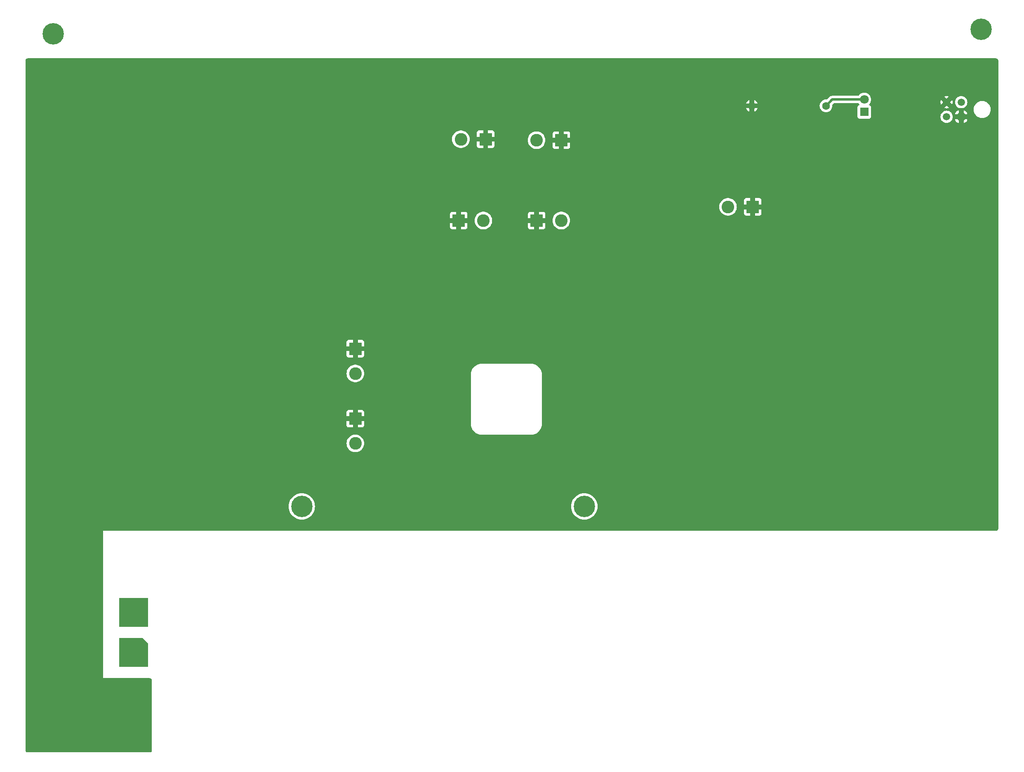
<source format=gbr>
%TF.GenerationSoftware,KiCad,Pcbnew,8.0.5-dirty*%
%TF.CreationDate,2024-10-04T17:55:25+02:00*%
%TF.ProjectId,bottom,626f7474-6f6d-42e6-9b69-6361645f7063,rev?*%
%TF.SameCoordinates,Original*%
%TF.FileFunction,Copper,L1,Top*%
%TF.FilePolarity,Positive*%
%FSLAX46Y46*%
G04 Gerber Fmt 4.6, Leading zero omitted, Abs format (unit mm)*
G04 Created by KiCad (PCBNEW 8.0.5-dirty) date 2024-10-04 17:55:25*
%MOMM*%
%LPD*%
G01*
G04 APERTURE LIST*
G04 Aperture macros list*
%AMRoundRect*
0 Rectangle with rounded corners*
0 $1 Rounding radius*
0 $2 $3 $4 $5 $6 $7 $8 $9 X,Y pos of 4 corners*
0 Add a 4 corners polygon primitive as box body*
4,1,4,$2,$3,$4,$5,$6,$7,$8,$9,$2,$3,0*
0 Add four circle primitives for the rounded corners*
1,1,$1+$1,$2,$3*
1,1,$1+$1,$4,$5*
1,1,$1+$1,$6,$7*
1,1,$1+$1,$8,$9*
0 Add four rect primitives between the rounded corners*
20,1,$1+$1,$2,$3,$4,$5,0*
20,1,$1+$1,$4,$5,$6,$7,0*
20,1,$1+$1,$6,$7,$8,$9,0*
20,1,$1+$1,$8,$9,$2,$3,0*%
%AMOutline5P*
0 Free polygon, 5 corners , with rotation*
0 The origin of the aperture is its center*
0 number of corners: always 5*
0 $1 to $10 corner X, Y*
0 $11 Rotation angle, in degrees counterclockwise*
0 create outline with 5 corners*
4,1,5,$1,$2,$3,$4,$5,$6,$7,$8,$9,$10,$1,$2,$11*%
%AMOutline6P*
0 Free polygon, 6 corners , with rotation*
0 The origin of the aperture is its center*
0 number of corners: always 6*
0 $1 to $12 corner X, Y*
0 $13 Rotation angle, in degrees counterclockwise*
0 create outline with 6 corners*
4,1,6,$1,$2,$3,$4,$5,$6,$7,$8,$9,$10,$11,$12,$1,$2,$13*%
%AMOutline7P*
0 Free polygon, 7 corners , with rotation*
0 The origin of the aperture is its center*
0 number of corners: always 7*
0 $1 to $14 corner X, Y*
0 $15 Rotation angle, in degrees counterclockwise*
0 create outline with 7 corners*
4,1,7,$1,$2,$3,$4,$5,$6,$7,$8,$9,$10,$11,$12,$13,$14,$1,$2,$15*%
%AMOutline8P*
0 Free polygon, 8 corners , with rotation*
0 The origin of the aperture is its center*
0 number of corners: always 8*
0 $1 to $16 corner X, Y*
0 $17 Rotation angle, in degrees counterclockwise*
0 create outline with 8 corners*
4,1,8,$1,$2,$3,$4,$5,$6,$7,$8,$9,$10,$11,$12,$13,$14,$15,$16,$1,$2,$17*%
G04 Aperture macros list end*
%TA.AperFunction,ComponentPad*%
%ADD10C,1.600000*%
%TD*%
%TA.AperFunction,ComponentPad*%
%ADD11O,1.600000X1.600000*%
%TD*%
%TA.AperFunction,ComponentPad*%
%ADD12C,1.800000*%
%TD*%
%TA.AperFunction,ComponentPad*%
%ADD13R,1.800000X1.800000*%
%TD*%
%TA.AperFunction,ComponentPad*%
%ADD14R,2.600000X2.600000*%
%TD*%
%TA.AperFunction,ComponentPad*%
%ADD15C,2.600000*%
%TD*%
%TA.AperFunction,ComponentPad*%
%ADD16R,6.000000X6.000000*%
%TD*%
%TA.AperFunction,ComponentPad*%
%ADD17Outline5P,-3.000000X1.800000X-1.800000X3.000000X3.000000X3.000000X3.000000X-3.000000X-3.000000X-3.000000X270.000000*%
%TD*%
%TA.AperFunction,ComponentPad*%
%ADD18RoundRect,0.250001X0.499999X-0.499999X0.499999X0.499999X-0.499999X0.499999X-0.499999X-0.499999X0*%
%TD*%
%TA.AperFunction,ComponentPad*%
%ADD19C,1.500000*%
%TD*%
%TA.AperFunction,ComponentPad*%
%ADD20C,0.700000*%
%TD*%
%TA.AperFunction,ComponentPad*%
%ADD21C,4.400000*%
%TD*%
%TA.AperFunction,Conductor*%
%ADD22C,0.500000*%
%TD*%
G04 APERTURE END LIST*
D10*
%TO.P,R1,1*%
%TO.N,Net-(D1-A)*%
X208620000Y-32750000D03*
D11*
%TO.P,R1,2*%
%TO.N,+5V*%
X193380000Y-32750000D03*
%TD*%
D12*
%TO.P,D1,2,A*%
%TO.N,Net-(D1-A)*%
X216475000Y-31460000D03*
D13*
%TO.P,D1,1,K*%
%TO.N,GND*%
X216475000Y-34000000D03*
%TD*%
D14*
%TO.P,J13,1,Pin_1*%
%TO.N,+5V*%
X149205000Y-56305000D03*
D15*
%TO.P,J13,2,Pin_2*%
%TO.N,GND*%
X154285000Y-56305000D03*
%TD*%
D14*
%TO.P,J10,1,Pin_1*%
%TO.N,+5V*%
X193580000Y-53500000D03*
D15*
%TO.P,J10,2,Pin_2*%
%TO.N,GND*%
X188500000Y-53500000D03*
%TD*%
D16*
%TO.P,UHP_OUT_1,1,V-*%
%TO.N,GND*%
X66500000Y-136750000D03*
D17*
%TO.P,UHP_OUT_1,2,V-*%
X66500000Y-145000000D03*
%TO.P,UHP_OUT_1,3,V+*%
%TO.N,+5V*%
X66500000Y-153500000D03*
%TO.P,UHP_OUT_1,4,V+*%
X66500000Y-161750000D03*
%TD*%
D18*
%TO.P,J1,1,5V*%
%TO.N,+5V*%
X236380000Y-35000000D03*
D19*
%TO.P,J1,2,GND*%
%TO.N,GND*%
X236380000Y-32000000D03*
%TO.P,J1,3,GND*%
X233380000Y-35000000D03*
%TO.P,J1,4,Pin_4*%
%TO.N,+5V*%
X233380000Y-32000000D03*
%TD*%
D20*
%TO.P,H3,1,1*%
%TO.N,unconnected-(H3-Pad1)_7*%
X157350000Y-115000000D03*
%TO.N,unconnected-(H3-Pad1)_4*%
X157833274Y-113833274D03*
%TO.N,unconnected-(H3-Pad1)*%
X157833274Y-116166726D03*
%TO.N,unconnected-(H3-Pad1)_2*%
X159000000Y-113350000D03*
D21*
%TO.N,unconnected-(H3-Pad1)_1*%
X159000000Y-115000000D03*
D20*
%TO.N,unconnected-(H3-Pad1)_3*%
X159000000Y-116650000D03*
%TO.N,unconnected-(H3-Pad1)_8*%
X160166726Y-113833274D03*
%TO.N,unconnected-(H3-Pad1)_6*%
X160166726Y-116166726D03*
%TO.N,unconnected-(H3-Pad1)_5*%
X160650000Y-115000000D03*
%TD*%
%TO.P,H4,1,1*%
%TO.N,unconnected-(H4-Pad1)_4*%
X238850000Y-17000000D03*
%TO.N,unconnected-(H4-Pad1)*%
X239333274Y-15833274D03*
%TO.N,unconnected-(H4-Pad1)_6*%
X239333274Y-18166726D03*
%TO.N,unconnected-(H4-Pad1)_5*%
X240500000Y-15350000D03*
D21*
%TO.N,unconnected-(H4-Pad1)_2*%
X240500000Y-17000000D03*
D20*
%TO.N,unconnected-(H4-Pad1)_7*%
X240500000Y-18650000D03*
%TO.N,unconnected-(H4-Pad1)_8*%
X241666726Y-15833274D03*
%TO.N,unconnected-(H4-Pad1)_3*%
X241666726Y-18166726D03*
%TO.N,unconnected-(H4-Pad1)_1*%
X242150000Y-17000000D03*
%TD*%
D14*
%TO.P,J_FAN_2,1,Pin_1*%
%TO.N,+5V*%
X112000000Y-96980000D03*
D15*
%TO.P,J_FAN_2,2,Pin_2*%
%TO.N,GND*%
X112000000Y-102060000D03*
%TD*%
D14*
%TO.P,J5,1,Pin_1*%
%TO.N,+5V*%
X138740000Y-39610000D03*
D15*
%TO.P,J5,2,Pin_2*%
%TO.N,GND*%
X133660000Y-39610000D03*
%TD*%
D14*
%TO.P,J_FAN_1,1,Pin_1*%
%TO.N,+5V*%
X112000000Y-82620000D03*
D15*
%TO.P,J_FAN_1,2,Pin_2*%
%TO.N,GND*%
X112000000Y-87700000D03*
%TD*%
D14*
%TO.P,J12,1,Pin_1*%
%TO.N,+5V*%
X133205000Y-56305000D03*
D15*
%TO.P,J12,2,Pin_2*%
%TO.N,GND*%
X138285000Y-56305000D03*
%TD*%
D20*
%TO.P,H2,1,1*%
%TO.N,unconnected-(H2-Pad1)_4*%
X99350000Y-115000000D03*
%TO.N,unconnected-(H2-Pad1)_6*%
X99833274Y-113833274D03*
%TO.N,unconnected-(H2-Pad1)_3*%
X99833274Y-116166726D03*
%TO.N,unconnected-(H2-Pad1)_5*%
X101000000Y-113350000D03*
D21*
%TO.N,unconnected-(H2-Pad1)*%
X101000000Y-115000000D03*
D20*
%TO.N,unconnected-(H2-Pad1)_1*%
X101000000Y-116650000D03*
%TO.N,unconnected-(H2-Pad1)_2*%
X102166726Y-113833274D03*
%TO.N,unconnected-(H2-Pad1)_8*%
X102166726Y-116166726D03*
%TO.N,unconnected-(H2-Pad1)_7*%
X102650000Y-115000000D03*
%TD*%
%TO.P,H1,1,1*%
%TO.N,unconnected-(H1-Pad1)*%
X48350000Y-18000000D03*
%TO.N,unconnected-(H1-Pad1)_2*%
X48833274Y-16833274D03*
%TO.N,unconnected-(H1-Pad1)_5*%
X48833274Y-19166726D03*
%TO.N,unconnected-(H1-Pad1)_4*%
X50000000Y-16350000D03*
D21*
%TO.N,unconnected-(H1-Pad1)_1*%
X50000000Y-18000000D03*
D20*
%TO.N,unconnected-(H1-Pad1)_3*%
X50000000Y-19650000D03*
%TO.N,unconnected-(H1-Pad1)_6*%
X51166726Y-16833274D03*
%TO.N,unconnected-(H1-Pad1)_7*%
X51166726Y-19166726D03*
%TO.N,unconnected-(H1-Pad1)_8*%
X51650000Y-18000000D03*
%TD*%
D14*
%TO.P,J11,1,Pin_1*%
%TO.N,+5V*%
X154285000Y-39805000D03*
D15*
%TO.P,J11,2,Pin_2*%
%TO.N,GND*%
X149205000Y-39805000D03*
%TD*%
D22*
%TO.N,Net-(D1-A)*%
X216475000Y-31460000D02*
X209910000Y-31460000D01*
X209910000Y-31460000D02*
X208620000Y-32750000D01*
%TD*%
%TA.AperFunction,Conductor*%
%TO.N,+5V*%
G36*
X243508059Y-23001061D02*
G01*
X243613223Y-23014906D01*
X243644491Y-23023284D01*
X243734918Y-23060740D01*
X243762952Y-23076925D01*
X243840602Y-23136509D01*
X243863491Y-23159398D01*
X243923074Y-23237048D01*
X243939259Y-23265081D01*
X243976715Y-23355508D01*
X243985093Y-23386775D01*
X243998939Y-23491939D01*
X244000000Y-23508125D01*
X244000000Y-119491874D01*
X243998939Y-119508060D01*
X243985093Y-119613224D01*
X243976715Y-119644491D01*
X243939259Y-119734918D01*
X243923074Y-119762951D01*
X243863491Y-119840601D01*
X243840601Y-119863491D01*
X243762951Y-119923074D01*
X243734918Y-119939259D01*
X243644491Y-119976715D01*
X243613224Y-119985093D01*
X243519398Y-119997446D01*
X243508058Y-119998939D01*
X243491874Y-120000000D01*
X60250000Y-120000000D01*
X60250000Y-120327010D01*
X60240007Y-120344319D01*
X60239969Y-120344385D01*
X60220050Y-120378834D01*
X60220021Y-120378905D01*
X60219981Y-120379000D01*
X60209942Y-120416465D01*
X60209922Y-120416540D01*
X60199517Y-120455270D01*
X60199500Y-120455402D01*
X60199500Y-120494881D01*
X60199469Y-120542197D01*
X60199500Y-120542666D01*
X60199500Y-132744912D01*
X60199480Y-132784413D01*
X60199499Y-132784559D01*
X60199500Y-132784562D01*
X60209611Y-132822300D01*
X60209618Y-132822356D01*
X60209626Y-132822355D01*
X60219921Y-132860849D01*
X60219979Y-132860989D01*
X60233387Y-132884213D01*
X60250000Y-132946213D01*
X60250000Y-148398786D01*
X60233388Y-148460784D01*
X60219979Y-148484011D01*
X60199500Y-148560438D01*
X60199500Y-149860438D01*
X60199500Y-149939562D01*
X60213152Y-149990513D01*
X60219979Y-150015990D01*
X60219982Y-150015995D01*
X60250000Y-150067988D01*
X60250000Y-150250000D01*
X59500000Y-150250000D01*
X59500000Y-165500000D01*
X44758126Y-165500000D01*
X44741941Y-165498939D01*
X44728917Y-165497224D01*
X44636775Y-165485093D01*
X44605508Y-165476715D01*
X44515081Y-165439259D01*
X44487048Y-165423074D01*
X44409398Y-165363491D01*
X44386509Y-165340602D01*
X44374921Y-165325500D01*
X44326923Y-165262949D01*
X44310727Y-165234888D01*
X44309924Y-165232950D01*
X44300500Y-165185532D01*
X44300500Y-115000000D01*
X98294564Y-115000000D01*
X98314289Y-115326099D01*
X98373178Y-115647452D01*
X98470366Y-115959342D01*
X98470370Y-115959354D01*
X98470373Y-115959361D01*
X98604455Y-116257279D01*
X98768901Y-116529306D01*
X98773473Y-116536868D01*
X98974954Y-116794039D01*
X99205960Y-117025045D01*
X99463131Y-117226526D01*
X99463134Y-117226528D01*
X99463137Y-117226530D01*
X99742721Y-117395545D01*
X100040639Y-117529627D01*
X100040652Y-117529631D01*
X100040657Y-117529633D01*
X100352547Y-117626821D01*
X100673896Y-117685710D01*
X101000000Y-117705436D01*
X101326104Y-117685710D01*
X101647453Y-117626821D01*
X101959361Y-117529627D01*
X102257279Y-117395545D01*
X102536863Y-117226530D01*
X102794036Y-117025048D01*
X103025048Y-116794036D01*
X103226530Y-116536863D01*
X103395545Y-116257279D01*
X103529627Y-115959361D01*
X103626821Y-115647453D01*
X103685710Y-115326104D01*
X103705436Y-115000000D01*
X156294564Y-115000000D01*
X156314289Y-115326099D01*
X156373178Y-115647452D01*
X156470366Y-115959342D01*
X156470370Y-115959354D01*
X156470373Y-115959361D01*
X156604455Y-116257279D01*
X156768901Y-116529306D01*
X156773473Y-116536868D01*
X156974954Y-116794039D01*
X157205960Y-117025045D01*
X157463131Y-117226526D01*
X157463134Y-117226528D01*
X157463137Y-117226530D01*
X157742721Y-117395545D01*
X158040639Y-117529627D01*
X158040652Y-117529631D01*
X158040657Y-117529633D01*
X158352547Y-117626821D01*
X158673896Y-117685710D01*
X159000000Y-117705436D01*
X159326104Y-117685710D01*
X159647453Y-117626821D01*
X159959361Y-117529627D01*
X160257279Y-117395545D01*
X160536863Y-117226530D01*
X160794036Y-117025048D01*
X161025048Y-116794036D01*
X161226530Y-116536863D01*
X161395545Y-116257279D01*
X161529627Y-115959361D01*
X161626821Y-115647453D01*
X161685710Y-115326104D01*
X161705436Y-115000000D01*
X161685710Y-114673896D01*
X161626821Y-114352547D01*
X161529627Y-114040639D01*
X161395545Y-113742721D01*
X161226530Y-113463137D01*
X161226528Y-113463134D01*
X161226526Y-113463131D01*
X161025045Y-113205960D01*
X160794039Y-112974954D01*
X160536868Y-112773473D01*
X160529306Y-112768901D01*
X160257279Y-112604455D01*
X159959361Y-112470373D01*
X159959354Y-112470370D01*
X159959342Y-112470366D01*
X159647452Y-112373178D01*
X159326099Y-112314289D01*
X159000000Y-112294564D01*
X158673900Y-112314289D01*
X158352547Y-112373178D01*
X158040657Y-112470366D01*
X158040641Y-112470372D01*
X158040639Y-112470373D01*
X157850933Y-112555752D01*
X157742725Y-112604453D01*
X157742723Y-112604454D01*
X157463131Y-112773473D01*
X157205960Y-112974954D01*
X156974954Y-113205960D01*
X156773473Y-113463131D01*
X156604454Y-113742723D01*
X156604453Y-113742725D01*
X156470372Y-114040642D01*
X156470366Y-114040657D01*
X156373178Y-114352547D01*
X156314289Y-114673900D01*
X156294564Y-115000000D01*
X103705436Y-115000000D01*
X103685710Y-114673896D01*
X103626821Y-114352547D01*
X103529627Y-114040639D01*
X103395545Y-113742721D01*
X103226530Y-113463137D01*
X103226528Y-113463134D01*
X103226526Y-113463131D01*
X103025045Y-113205960D01*
X102794039Y-112974954D01*
X102536868Y-112773473D01*
X102529306Y-112768901D01*
X102257279Y-112604455D01*
X101959361Y-112470373D01*
X101959354Y-112470370D01*
X101959342Y-112470366D01*
X101647452Y-112373178D01*
X101326099Y-112314289D01*
X101000000Y-112294564D01*
X100673900Y-112314289D01*
X100352547Y-112373178D01*
X100040657Y-112470366D01*
X100040641Y-112470372D01*
X100040639Y-112470373D01*
X99850933Y-112555752D01*
X99742725Y-112604453D01*
X99742723Y-112604454D01*
X99463131Y-112773473D01*
X99205960Y-112974954D01*
X98974954Y-113205960D01*
X98773473Y-113463131D01*
X98604454Y-113742723D01*
X98604453Y-113742725D01*
X98470372Y-114040642D01*
X98470366Y-114040657D01*
X98373178Y-114352547D01*
X98314289Y-114673900D01*
X98294564Y-115000000D01*
X44300500Y-115000000D01*
X44300500Y-102059995D01*
X110194451Y-102059995D01*
X110194451Y-102060004D01*
X110214616Y-102329101D01*
X110274664Y-102592188D01*
X110274666Y-102592195D01*
X110373257Y-102843398D01*
X110508185Y-103077102D01*
X110644080Y-103247509D01*
X110676442Y-103288089D01*
X110863183Y-103461358D01*
X110874259Y-103471635D01*
X111097226Y-103623651D01*
X111340359Y-103740738D01*
X111598228Y-103820280D01*
X111598229Y-103820280D01*
X111598232Y-103820281D01*
X111865063Y-103860499D01*
X111865068Y-103860499D01*
X111865071Y-103860500D01*
X111865072Y-103860500D01*
X112134928Y-103860500D01*
X112134929Y-103860500D01*
X112134936Y-103860499D01*
X112401767Y-103820281D01*
X112401768Y-103820280D01*
X112401772Y-103820280D01*
X112659641Y-103740738D01*
X112902775Y-103623651D01*
X113125741Y-103471635D01*
X113323561Y-103288085D01*
X113491815Y-103077102D01*
X113626743Y-102843398D01*
X113725334Y-102592195D01*
X113785383Y-102329103D01*
X113805549Y-102060000D01*
X113785383Y-101790897D01*
X113725334Y-101527805D01*
X113626743Y-101276602D01*
X113491815Y-101042898D01*
X113323561Y-100831915D01*
X113323560Y-100831914D01*
X113323557Y-100831910D01*
X113125741Y-100648365D01*
X112902775Y-100496349D01*
X112902769Y-100496346D01*
X112902768Y-100496345D01*
X112902767Y-100496344D01*
X112659643Y-100379263D01*
X112659645Y-100379263D01*
X112401773Y-100299720D01*
X112401767Y-100299718D01*
X112134936Y-100259500D01*
X112134929Y-100259500D01*
X111865071Y-100259500D01*
X111865063Y-100259500D01*
X111598232Y-100299718D01*
X111598226Y-100299720D01*
X111340358Y-100379262D01*
X111097230Y-100496346D01*
X110874258Y-100648365D01*
X110676442Y-100831910D01*
X110508185Y-101042898D01*
X110373258Y-101276599D01*
X110373256Y-101276603D01*
X110274666Y-101527804D01*
X110274664Y-101527811D01*
X110214616Y-101790898D01*
X110194451Y-102059995D01*
X44300500Y-102059995D01*
X44300500Y-98327844D01*
X110200000Y-98327844D01*
X110206401Y-98387372D01*
X110206403Y-98387379D01*
X110256645Y-98522086D01*
X110256649Y-98522093D01*
X110342809Y-98637187D01*
X110342812Y-98637190D01*
X110457906Y-98723350D01*
X110457913Y-98723354D01*
X110592620Y-98773596D01*
X110592627Y-98773598D01*
X110652155Y-98779999D01*
X110652172Y-98780000D01*
X111500000Y-98780000D01*
X112500000Y-98780000D01*
X113347828Y-98780000D01*
X113347844Y-98779999D01*
X113407372Y-98773598D01*
X113407379Y-98773596D01*
X113542086Y-98723354D01*
X113542093Y-98723350D01*
X113657187Y-98637190D01*
X113657190Y-98637187D01*
X113743350Y-98522093D01*
X113743354Y-98522086D01*
X113793596Y-98387379D01*
X113793598Y-98387372D01*
X113799999Y-98327844D01*
X113800000Y-98327827D01*
X113800000Y-97480000D01*
X112500000Y-97480000D01*
X112500000Y-98780000D01*
X111500000Y-98780000D01*
X111500000Y-97480000D01*
X110200000Y-97480000D01*
X110200000Y-98327844D01*
X44300500Y-98327844D01*
X44300500Y-96915981D01*
X111350000Y-96915981D01*
X111350000Y-97044019D01*
X111374979Y-97169598D01*
X111423978Y-97287890D01*
X111495112Y-97394351D01*
X111585649Y-97484888D01*
X111692110Y-97556022D01*
X111810402Y-97605021D01*
X111935981Y-97630000D01*
X112064019Y-97630000D01*
X112189598Y-97605021D01*
X112307890Y-97556022D01*
X112414351Y-97484888D01*
X112504888Y-97394351D01*
X112576022Y-97287890D01*
X112625021Y-97169598D01*
X112650000Y-97044019D01*
X112650000Y-96915981D01*
X112625021Y-96790402D01*
X112576022Y-96672110D01*
X112504888Y-96565649D01*
X112419239Y-96480000D01*
X112500000Y-96480000D01*
X113800000Y-96480000D01*
X113800000Y-95632172D01*
X113799999Y-95632155D01*
X113793598Y-95572627D01*
X113793596Y-95572620D01*
X113743354Y-95437913D01*
X113743350Y-95437906D01*
X113657190Y-95322812D01*
X113657187Y-95322809D01*
X113542093Y-95236649D01*
X113542086Y-95236645D01*
X113407379Y-95186403D01*
X113407372Y-95186401D01*
X113347844Y-95180000D01*
X112500000Y-95180000D01*
X112500000Y-96480000D01*
X112419239Y-96480000D01*
X112414351Y-96475112D01*
X112307890Y-96403978D01*
X112189598Y-96354979D01*
X112064019Y-96330000D01*
X111935981Y-96330000D01*
X111810402Y-96354979D01*
X111692110Y-96403978D01*
X111585649Y-96475112D01*
X111495112Y-96565649D01*
X111423978Y-96672110D01*
X111374979Y-96790402D01*
X111350000Y-96915981D01*
X44300500Y-96915981D01*
X44300500Y-95632155D01*
X110200000Y-95632155D01*
X110200000Y-96480000D01*
X111500000Y-96480000D01*
X111500000Y-95180000D01*
X110652155Y-95180000D01*
X110592627Y-95186401D01*
X110592620Y-95186403D01*
X110457913Y-95236645D01*
X110457906Y-95236649D01*
X110342812Y-95322809D01*
X110342809Y-95322812D01*
X110256649Y-95437906D01*
X110256645Y-95437913D01*
X110206403Y-95572620D01*
X110206401Y-95572627D01*
X110200000Y-95632155D01*
X44300500Y-95632155D01*
X44300500Y-87699995D01*
X110194451Y-87699995D01*
X110194451Y-87700004D01*
X110214616Y-87969101D01*
X110221669Y-88000000D01*
X110274666Y-88232195D01*
X110373257Y-88483398D01*
X110508185Y-88717102D01*
X110644080Y-88887509D01*
X110676442Y-88928089D01*
X110863183Y-89101358D01*
X110874259Y-89111635D01*
X111097226Y-89263651D01*
X111340359Y-89380738D01*
X111598228Y-89460280D01*
X111598229Y-89460280D01*
X111598232Y-89460281D01*
X111865063Y-89500499D01*
X111865068Y-89500499D01*
X111865071Y-89500500D01*
X111865072Y-89500500D01*
X112134928Y-89500500D01*
X112134929Y-89500500D01*
X112134936Y-89500499D01*
X112401767Y-89460281D01*
X112401768Y-89460280D01*
X112401772Y-89460280D01*
X112659641Y-89380738D01*
X112902775Y-89263651D01*
X113125741Y-89111635D01*
X113323561Y-88928085D01*
X113491815Y-88717102D01*
X113626743Y-88483398D01*
X113725334Y-88232195D01*
X113785383Y-87969103D01*
X113793496Y-87860845D01*
X135699500Y-87860845D01*
X135699500Y-87960438D01*
X135699500Y-97952405D01*
X135699500Y-98000000D01*
X135699500Y-98139155D01*
X135733046Y-98415435D01*
X135759335Y-98522093D01*
X135799651Y-98685662D01*
X135898341Y-98945884D01*
X135983284Y-99107728D01*
X136027677Y-99192311D01*
X136185774Y-99421355D01*
X136370327Y-99629673D01*
X136578645Y-99814226D01*
X136807689Y-99972323D01*
X136962221Y-100053428D01*
X137054115Y-100101658D01*
X137314337Y-100200348D01*
X137314339Y-100200348D01*
X137314343Y-100200350D01*
X137584565Y-100266954D01*
X137798222Y-100292896D01*
X137860842Y-100300500D01*
X137860845Y-100300500D01*
X148139158Y-100300500D01*
X148197378Y-100293430D01*
X148415435Y-100266954D01*
X148685657Y-100200350D01*
X148945880Y-100101660D01*
X149192311Y-99972323D01*
X149421355Y-99814226D01*
X149629673Y-99629673D01*
X149814226Y-99421355D01*
X149972323Y-99192311D01*
X150101660Y-98945880D01*
X150200350Y-98685657D01*
X150266954Y-98415435D01*
X150300500Y-98139155D01*
X150300500Y-98000000D01*
X150300500Y-97952405D01*
X150300500Y-87960438D01*
X150300500Y-87860845D01*
X150266954Y-87584565D01*
X150200350Y-87314343D01*
X150144777Y-87167811D01*
X150101658Y-87054115D01*
X150013982Y-86887064D01*
X149972323Y-86807689D01*
X149814226Y-86578645D01*
X149629673Y-86370327D01*
X149421355Y-86185774D01*
X149192311Y-86027677D01*
X149107728Y-85983284D01*
X148945884Y-85898341D01*
X148685662Y-85799651D01*
X148621041Y-85783723D01*
X148415435Y-85733046D01*
X148277295Y-85716273D01*
X148139158Y-85699500D01*
X148139155Y-85699500D01*
X148039562Y-85699500D01*
X138047595Y-85699500D01*
X138000000Y-85699500D01*
X137860845Y-85699500D01*
X137860842Y-85699500D01*
X137695077Y-85719627D01*
X137584565Y-85733046D01*
X137447493Y-85766831D01*
X137314337Y-85799651D01*
X137054115Y-85898341D01*
X136807691Y-86027676D01*
X136807682Y-86027681D01*
X136578650Y-86185770D01*
X136578647Y-86185772D01*
X136578645Y-86185774D01*
X136449146Y-86300500D01*
X136370327Y-86370327D01*
X136185770Y-86578650D01*
X136027681Y-86807682D01*
X136027676Y-86807691D01*
X135898341Y-87054115D01*
X135799651Y-87314337D01*
X135799650Y-87314343D01*
X135733046Y-87584565D01*
X135699500Y-87860845D01*
X113793496Y-87860845D01*
X113793496Y-87860842D01*
X113805549Y-87700004D01*
X113805549Y-87699995D01*
X113785383Y-87430898D01*
X113758779Y-87314337D01*
X113725334Y-87167805D01*
X113626743Y-86916602D01*
X113491815Y-86682898D01*
X113323561Y-86471915D01*
X113323560Y-86471914D01*
X113323557Y-86471910D01*
X113125741Y-86288365D01*
X112902775Y-86136349D01*
X112902769Y-86136346D01*
X112902768Y-86136345D01*
X112902767Y-86136344D01*
X112659643Y-86019263D01*
X112659645Y-86019263D01*
X112401773Y-85939720D01*
X112401767Y-85939718D01*
X112134936Y-85899500D01*
X112134929Y-85899500D01*
X111865071Y-85899500D01*
X111865063Y-85899500D01*
X111598232Y-85939718D01*
X111598226Y-85939720D01*
X111340358Y-86019262D01*
X111097230Y-86136346D01*
X110874258Y-86288365D01*
X110676442Y-86471910D01*
X110508185Y-86682898D01*
X110373258Y-86916599D01*
X110373256Y-86916603D01*
X110274666Y-87167804D01*
X110274664Y-87167811D01*
X110214616Y-87430898D01*
X110194451Y-87699995D01*
X44300500Y-87699995D01*
X44300500Y-83967844D01*
X110200000Y-83967844D01*
X110206401Y-84027372D01*
X110206403Y-84027379D01*
X110256645Y-84162086D01*
X110256649Y-84162093D01*
X110342809Y-84277187D01*
X110342812Y-84277190D01*
X110457906Y-84363350D01*
X110457913Y-84363354D01*
X110592620Y-84413596D01*
X110592627Y-84413598D01*
X110652155Y-84419999D01*
X110652172Y-84420000D01*
X111500000Y-84420000D01*
X112500000Y-84420000D01*
X113347828Y-84420000D01*
X113347844Y-84419999D01*
X113407372Y-84413598D01*
X113407379Y-84413596D01*
X113542086Y-84363354D01*
X113542093Y-84363350D01*
X113657187Y-84277190D01*
X113657190Y-84277187D01*
X113743350Y-84162093D01*
X113743354Y-84162086D01*
X113793596Y-84027379D01*
X113793598Y-84027372D01*
X113799999Y-83967844D01*
X113800000Y-83967827D01*
X113800000Y-83120000D01*
X112500000Y-83120000D01*
X112500000Y-84420000D01*
X111500000Y-84420000D01*
X111500000Y-83120000D01*
X110200000Y-83120000D01*
X110200000Y-83967844D01*
X44300500Y-83967844D01*
X44300500Y-82555981D01*
X111350000Y-82555981D01*
X111350000Y-82684019D01*
X111374979Y-82809598D01*
X111423978Y-82927890D01*
X111495112Y-83034351D01*
X111585649Y-83124888D01*
X111692110Y-83196022D01*
X111810402Y-83245021D01*
X111935981Y-83270000D01*
X112064019Y-83270000D01*
X112189598Y-83245021D01*
X112307890Y-83196022D01*
X112414351Y-83124888D01*
X112504888Y-83034351D01*
X112576022Y-82927890D01*
X112625021Y-82809598D01*
X112650000Y-82684019D01*
X112650000Y-82555981D01*
X112625021Y-82430402D01*
X112576022Y-82312110D01*
X112504888Y-82205649D01*
X112419239Y-82120000D01*
X112500000Y-82120000D01*
X113800000Y-82120000D01*
X113800000Y-81272172D01*
X113799999Y-81272155D01*
X113793598Y-81212627D01*
X113793596Y-81212620D01*
X113743354Y-81077913D01*
X113743350Y-81077906D01*
X113657190Y-80962812D01*
X113657187Y-80962809D01*
X113542093Y-80876649D01*
X113542086Y-80876645D01*
X113407379Y-80826403D01*
X113407372Y-80826401D01*
X113347844Y-80820000D01*
X112500000Y-80820000D01*
X112500000Y-82120000D01*
X112419239Y-82120000D01*
X112414351Y-82115112D01*
X112307890Y-82043978D01*
X112189598Y-81994979D01*
X112064019Y-81970000D01*
X111935981Y-81970000D01*
X111810402Y-81994979D01*
X111692110Y-82043978D01*
X111585649Y-82115112D01*
X111495112Y-82205649D01*
X111423978Y-82312110D01*
X111374979Y-82430402D01*
X111350000Y-82555981D01*
X44300500Y-82555981D01*
X44300500Y-81272155D01*
X110200000Y-81272155D01*
X110200000Y-82120000D01*
X111500000Y-82120000D01*
X111500000Y-80820000D01*
X110652155Y-80820000D01*
X110592627Y-80826401D01*
X110592620Y-80826403D01*
X110457913Y-80876645D01*
X110457906Y-80876649D01*
X110342812Y-80962809D01*
X110342809Y-80962812D01*
X110256649Y-81077906D01*
X110256645Y-81077913D01*
X110206403Y-81212620D01*
X110206401Y-81212627D01*
X110200000Y-81272155D01*
X44300500Y-81272155D01*
X44300500Y-57652844D01*
X131405000Y-57652844D01*
X131411401Y-57712372D01*
X131411403Y-57712379D01*
X131461645Y-57847086D01*
X131461649Y-57847093D01*
X131547809Y-57962187D01*
X131547812Y-57962190D01*
X131662906Y-58048350D01*
X131662913Y-58048354D01*
X131797620Y-58098596D01*
X131797627Y-58098598D01*
X131857155Y-58104999D01*
X131857172Y-58105000D01*
X132705000Y-58105000D01*
X133705000Y-58105000D01*
X134552828Y-58105000D01*
X134552844Y-58104999D01*
X134612372Y-58098598D01*
X134612379Y-58098596D01*
X134747086Y-58048354D01*
X134747093Y-58048350D01*
X134862187Y-57962190D01*
X134862190Y-57962187D01*
X134948350Y-57847093D01*
X134948354Y-57847086D01*
X134998596Y-57712379D01*
X134998598Y-57712372D01*
X135004999Y-57652844D01*
X135005000Y-57652827D01*
X135005000Y-56805000D01*
X133705000Y-56805000D01*
X133705000Y-58105000D01*
X132705000Y-58105000D01*
X132705000Y-56805000D01*
X131405000Y-56805000D01*
X131405000Y-57652844D01*
X44300500Y-57652844D01*
X44300500Y-56240981D01*
X132555000Y-56240981D01*
X132555000Y-56369019D01*
X132579979Y-56494598D01*
X132628978Y-56612890D01*
X132700112Y-56719351D01*
X132790649Y-56809888D01*
X132897110Y-56881022D01*
X133015402Y-56930021D01*
X133140981Y-56955000D01*
X133269019Y-56955000D01*
X133394598Y-56930021D01*
X133512890Y-56881022D01*
X133619351Y-56809888D01*
X133709888Y-56719351D01*
X133781022Y-56612890D01*
X133830021Y-56494598D01*
X133855000Y-56369019D01*
X133855000Y-56304995D01*
X136479451Y-56304995D01*
X136479451Y-56305004D01*
X136499616Y-56574101D01*
X136559664Y-56837188D01*
X136559666Y-56837195D01*
X136605901Y-56955000D01*
X136658257Y-57088398D01*
X136793185Y-57322102D01*
X136929080Y-57492509D01*
X136961442Y-57533089D01*
X137148183Y-57706358D01*
X137159259Y-57716635D01*
X137382226Y-57868651D01*
X137625359Y-57985738D01*
X137883228Y-58065280D01*
X137883229Y-58065280D01*
X137883232Y-58065281D01*
X138150063Y-58105499D01*
X138150068Y-58105499D01*
X138150071Y-58105500D01*
X138150072Y-58105500D01*
X138419928Y-58105500D01*
X138419929Y-58105500D01*
X138419936Y-58105499D01*
X138686767Y-58065281D01*
X138686768Y-58065280D01*
X138686772Y-58065280D01*
X138944641Y-57985738D01*
X139187775Y-57868651D01*
X139410741Y-57716635D01*
X139479491Y-57652844D01*
X147405000Y-57652844D01*
X147411401Y-57712372D01*
X147411403Y-57712379D01*
X147461645Y-57847086D01*
X147461649Y-57847093D01*
X147547809Y-57962187D01*
X147547812Y-57962190D01*
X147662906Y-58048350D01*
X147662913Y-58048354D01*
X147797620Y-58098596D01*
X147797627Y-58098598D01*
X147857155Y-58104999D01*
X147857172Y-58105000D01*
X148705000Y-58105000D01*
X149705000Y-58105000D01*
X150552828Y-58105000D01*
X150552844Y-58104999D01*
X150612372Y-58098598D01*
X150612379Y-58098596D01*
X150747086Y-58048354D01*
X150747093Y-58048350D01*
X150862187Y-57962190D01*
X150862190Y-57962187D01*
X150948350Y-57847093D01*
X150948354Y-57847086D01*
X150998596Y-57712379D01*
X150998598Y-57712372D01*
X151004999Y-57652844D01*
X151005000Y-57652827D01*
X151005000Y-56805000D01*
X149705000Y-56805000D01*
X149705000Y-58105000D01*
X148705000Y-58105000D01*
X148705000Y-56805000D01*
X147405000Y-56805000D01*
X147405000Y-57652844D01*
X139479491Y-57652844D01*
X139608561Y-57533085D01*
X139776815Y-57322102D01*
X139911743Y-57088398D01*
X140010334Y-56837195D01*
X140070383Y-56574103D01*
X140090549Y-56305000D01*
X140085752Y-56240981D01*
X148555000Y-56240981D01*
X148555000Y-56369019D01*
X148579979Y-56494598D01*
X148628978Y-56612890D01*
X148700112Y-56719351D01*
X148790649Y-56809888D01*
X148897110Y-56881022D01*
X149015402Y-56930021D01*
X149140981Y-56955000D01*
X149269019Y-56955000D01*
X149394598Y-56930021D01*
X149512890Y-56881022D01*
X149619351Y-56809888D01*
X149709888Y-56719351D01*
X149781022Y-56612890D01*
X149830021Y-56494598D01*
X149855000Y-56369019D01*
X149855000Y-56304995D01*
X152479451Y-56304995D01*
X152479451Y-56305004D01*
X152499616Y-56574101D01*
X152559664Y-56837188D01*
X152559666Y-56837195D01*
X152605901Y-56955000D01*
X152658257Y-57088398D01*
X152793185Y-57322102D01*
X152929080Y-57492509D01*
X152961442Y-57533089D01*
X153148183Y-57706358D01*
X153159259Y-57716635D01*
X153382226Y-57868651D01*
X153625359Y-57985738D01*
X153883228Y-58065280D01*
X153883229Y-58065280D01*
X153883232Y-58065281D01*
X154150063Y-58105499D01*
X154150068Y-58105499D01*
X154150071Y-58105500D01*
X154150072Y-58105500D01*
X154419928Y-58105500D01*
X154419929Y-58105500D01*
X154419936Y-58105499D01*
X154686767Y-58065281D01*
X154686768Y-58065280D01*
X154686772Y-58065280D01*
X154944641Y-57985738D01*
X155187775Y-57868651D01*
X155410741Y-57716635D01*
X155608561Y-57533085D01*
X155776815Y-57322102D01*
X155911743Y-57088398D01*
X156010334Y-56837195D01*
X156070383Y-56574103D01*
X156090549Y-56305000D01*
X156070383Y-56035897D01*
X156010334Y-55772805D01*
X155911743Y-55521602D01*
X155776815Y-55287898D01*
X155608561Y-55076915D01*
X155608560Y-55076914D01*
X155608557Y-55076910D01*
X155410741Y-54893365D01*
X155343949Y-54847827D01*
X155187775Y-54741349D01*
X155187769Y-54741346D01*
X155187768Y-54741345D01*
X155187767Y-54741344D01*
X154944643Y-54624263D01*
X154944645Y-54624263D01*
X154686773Y-54544720D01*
X154686767Y-54544718D01*
X154419936Y-54504500D01*
X154419929Y-54504500D01*
X154150071Y-54504500D01*
X154150063Y-54504500D01*
X153883232Y-54544718D01*
X153883226Y-54544720D01*
X153625358Y-54624262D01*
X153382230Y-54741346D01*
X153159258Y-54893365D01*
X152961442Y-55076910D01*
X152793185Y-55287898D01*
X152658258Y-55521599D01*
X152658256Y-55521603D01*
X152559666Y-55772804D01*
X152559664Y-55772811D01*
X152499616Y-56035898D01*
X152479451Y-56304995D01*
X149855000Y-56304995D01*
X149855000Y-56240981D01*
X149830021Y-56115402D01*
X149781022Y-55997110D01*
X149709888Y-55890649D01*
X149624239Y-55805000D01*
X149705000Y-55805000D01*
X151005000Y-55805000D01*
X151005000Y-54957172D01*
X151004999Y-54957155D01*
X150998598Y-54897627D01*
X150998596Y-54897620D01*
X150948354Y-54762913D01*
X150948350Y-54762906D01*
X150862190Y-54647812D01*
X150862187Y-54647809D01*
X150747093Y-54561649D01*
X150747086Y-54561645D01*
X150612379Y-54511403D01*
X150612372Y-54511401D01*
X150552844Y-54505000D01*
X149705000Y-54505000D01*
X149705000Y-55805000D01*
X149624239Y-55805000D01*
X149619351Y-55800112D01*
X149512890Y-55728978D01*
X149394598Y-55679979D01*
X149269019Y-55655000D01*
X149140981Y-55655000D01*
X149015402Y-55679979D01*
X148897110Y-55728978D01*
X148790649Y-55800112D01*
X148700112Y-55890649D01*
X148628978Y-55997110D01*
X148579979Y-56115402D01*
X148555000Y-56240981D01*
X140085752Y-56240981D01*
X140070383Y-56035897D01*
X140010334Y-55772805D01*
X139911743Y-55521602D01*
X139776815Y-55287898D01*
X139608561Y-55076915D01*
X139608560Y-55076914D01*
X139608557Y-55076910D01*
X139479491Y-54957155D01*
X147405000Y-54957155D01*
X147405000Y-55805000D01*
X148705000Y-55805000D01*
X148705000Y-54505000D01*
X147857155Y-54505000D01*
X147797627Y-54511401D01*
X147797620Y-54511403D01*
X147662913Y-54561645D01*
X147662906Y-54561649D01*
X147547812Y-54647809D01*
X147547809Y-54647812D01*
X147461649Y-54762906D01*
X147461645Y-54762913D01*
X147411403Y-54897620D01*
X147411401Y-54897627D01*
X147405000Y-54957155D01*
X139479491Y-54957155D01*
X139410741Y-54893365D01*
X139343949Y-54847827D01*
X139187775Y-54741349D01*
X139187769Y-54741346D01*
X139187768Y-54741345D01*
X139187767Y-54741344D01*
X138944643Y-54624263D01*
X138944645Y-54624263D01*
X138686773Y-54544720D01*
X138686767Y-54544718D01*
X138419936Y-54504500D01*
X138419929Y-54504500D01*
X138150071Y-54504500D01*
X138150063Y-54504500D01*
X137883232Y-54544718D01*
X137883226Y-54544720D01*
X137625358Y-54624262D01*
X137382230Y-54741346D01*
X137159258Y-54893365D01*
X136961442Y-55076910D01*
X136793185Y-55287898D01*
X136658258Y-55521599D01*
X136658256Y-55521603D01*
X136559666Y-55772804D01*
X136559664Y-55772811D01*
X136499616Y-56035898D01*
X136479451Y-56304995D01*
X133855000Y-56304995D01*
X133855000Y-56240981D01*
X133830021Y-56115402D01*
X133781022Y-55997110D01*
X133709888Y-55890649D01*
X133624239Y-55805000D01*
X133705000Y-55805000D01*
X135005000Y-55805000D01*
X135005000Y-54957172D01*
X135004999Y-54957155D01*
X134998598Y-54897627D01*
X134998596Y-54897620D01*
X134948354Y-54762913D01*
X134948350Y-54762906D01*
X134862190Y-54647812D01*
X134862187Y-54647809D01*
X134747093Y-54561649D01*
X134747086Y-54561645D01*
X134612379Y-54511403D01*
X134612372Y-54511401D01*
X134552844Y-54505000D01*
X133705000Y-54505000D01*
X133705000Y-55805000D01*
X133624239Y-55805000D01*
X133619351Y-55800112D01*
X133512890Y-55728978D01*
X133394598Y-55679979D01*
X133269019Y-55655000D01*
X133140981Y-55655000D01*
X133015402Y-55679979D01*
X132897110Y-55728978D01*
X132790649Y-55800112D01*
X132700112Y-55890649D01*
X132628978Y-55997110D01*
X132579979Y-56115402D01*
X132555000Y-56240981D01*
X44300500Y-56240981D01*
X44300500Y-54957155D01*
X131405000Y-54957155D01*
X131405000Y-55805000D01*
X132705000Y-55805000D01*
X132705000Y-54505000D01*
X131857155Y-54505000D01*
X131797627Y-54511401D01*
X131797620Y-54511403D01*
X131662913Y-54561645D01*
X131662906Y-54561649D01*
X131547812Y-54647809D01*
X131547809Y-54647812D01*
X131461649Y-54762906D01*
X131461645Y-54762913D01*
X131411403Y-54897620D01*
X131411401Y-54897627D01*
X131405000Y-54957155D01*
X44300500Y-54957155D01*
X44300500Y-53499995D01*
X186694451Y-53499995D01*
X186694451Y-53500004D01*
X186714616Y-53769101D01*
X186774664Y-54032188D01*
X186774666Y-54032195D01*
X186820901Y-54150000D01*
X186873257Y-54283398D01*
X187008185Y-54517102D01*
X187112421Y-54647809D01*
X187176442Y-54728089D01*
X187354569Y-54893365D01*
X187374259Y-54911635D01*
X187597226Y-55063651D01*
X187840359Y-55180738D01*
X188098228Y-55260280D01*
X188098229Y-55260280D01*
X188098232Y-55260281D01*
X188365063Y-55300499D01*
X188365068Y-55300499D01*
X188365071Y-55300500D01*
X188365072Y-55300500D01*
X188634928Y-55300500D01*
X188634929Y-55300500D01*
X188634936Y-55300499D01*
X188901767Y-55260281D01*
X188901768Y-55260280D01*
X188901772Y-55260280D01*
X189159641Y-55180738D01*
X189375232Y-55076915D01*
X189402767Y-55063655D01*
X189402767Y-55063654D01*
X189402775Y-55063651D01*
X189625741Y-54911635D01*
X189694491Y-54847844D01*
X191780000Y-54847844D01*
X191786401Y-54907372D01*
X191786403Y-54907379D01*
X191836645Y-55042086D01*
X191836649Y-55042093D01*
X191922809Y-55157187D01*
X191922812Y-55157190D01*
X192037906Y-55243350D01*
X192037913Y-55243354D01*
X192172620Y-55293596D01*
X192172627Y-55293598D01*
X192232155Y-55299999D01*
X192232172Y-55300000D01*
X193080000Y-55300000D01*
X194080000Y-55300000D01*
X194927828Y-55300000D01*
X194927844Y-55299999D01*
X194987372Y-55293598D01*
X194987379Y-55293596D01*
X195122086Y-55243354D01*
X195122093Y-55243350D01*
X195237187Y-55157190D01*
X195237190Y-55157187D01*
X195323350Y-55042093D01*
X195323354Y-55042086D01*
X195373596Y-54907379D01*
X195373598Y-54907372D01*
X195379999Y-54847844D01*
X195380000Y-54847827D01*
X195380000Y-54000000D01*
X194080000Y-54000000D01*
X194080000Y-55300000D01*
X193080000Y-55300000D01*
X193080000Y-54000000D01*
X191780000Y-54000000D01*
X191780000Y-54847844D01*
X189694491Y-54847844D01*
X189823561Y-54728085D01*
X189991815Y-54517102D01*
X190126743Y-54283398D01*
X190225334Y-54032195D01*
X190285383Y-53769103D01*
X190305549Y-53500000D01*
X190300752Y-53435981D01*
X192930000Y-53435981D01*
X192930000Y-53564019D01*
X192954979Y-53689598D01*
X193003978Y-53807890D01*
X193075112Y-53914351D01*
X193165649Y-54004888D01*
X193272110Y-54076022D01*
X193390402Y-54125021D01*
X193515981Y-54150000D01*
X193644019Y-54150000D01*
X193769598Y-54125021D01*
X193887890Y-54076022D01*
X193994351Y-54004888D01*
X194084888Y-53914351D01*
X194156022Y-53807890D01*
X194205021Y-53689598D01*
X194230000Y-53564019D01*
X194230000Y-53435981D01*
X194205021Y-53310402D01*
X194156022Y-53192110D01*
X194084888Y-53085649D01*
X193999239Y-53000000D01*
X194080000Y-53000000D01*
X195380000Y-53000000D01*
X195380000Y-52152172D01*
X195379999Y-52152155D01*
X195373598Y-52092627D01*
X195373596Y-52092620D01*
X195323354Y-51957913D01*
X195323350Y-51957906D01*
X195237190Y-51842812D01*
X195237187Y-51842809D01*
X195122093Y-51756649D01*
X195122086Y-51756645D01*
X194987379Y-51706403D01*
X194987372Y-51706401D01*
X194927844Y-51700000D01*
X194080000Y-51700000D01*
X194080000Y-53000000D01*
X193999239Y-53000000D01*
X193994351Y-52995112D01*
X193887890Y-52923978D01*
X193769598Y-52874979D01*
X193644019Y-52850000D01*
X193515981Y-52850000D01*
X193390402Y-52874979D01*
X193272110Y-52923978D01*
X193165649Y-52995112D01*
X193075112Y-53085649D01*
X193003978Y-53192110D01*
X192954979Y-53310402D01*
X192930000Y-53435981D01*
X190300752Y-53435981D01*
X190285383Y-53230897D01*
X190225334Y-52967805D01*
X190126743Y-52716602D01*
X189991815Y-52482898D01*
X189823561Y-52271915D01*
X189823560Y-52271914D01*
X189823557Y-52271910D01*
X189694491Y-52152155D01*
X191780000Y-52152155D01*
X191780000Y-53000000D01*
X193080000Y-53000000D01*
X193080000Y-51700000D01*
X192232155Y-51700000D01*
X192172627Y-51706401D01*
X192172620Y-51706403D01*
X192037913Y-51756645D01*
X192037906Y-51756649D01*
X191922812Y-51842809D01*
X191922809Y-51842812D01*
X191836649Y-51957906D01*
X191836645Y-51957913D01*
X191786403Y-52092620D01*
X191786401Y-52092627D01*
X191780000Y-52152155D01*
X189694491Y-52152155D01*
X189625741Y-52088365D01*
X189402775Y-51936349D01*
X189402769Y-51936346D01*
X189402768Y-51936345D01*
X189402767Y-51936344D01*
X189159643Y-51819263D01*
X189159645Y-51819263D01*
X188901773Y-51739720D01*
X188901767Y-51739718D01*
X188634936Y-51699500D01*
X188634929Y-51699500D01*
X188365071Y-51699500D01*
X188365063Y-51699500D01*
X188098232Y-51739718D01*
X188098226Y-51739720D01*
X187840358Y-51819262D01*
X187597230Y-51936346D01*
X187374258Y-52088365D01*
X187176442Y-52271910D01*
X187008185Y-52482898D01*
X186873258Y-52716599D01*
X186873256Y-52716603D01*
X186774666Y-52967804D01*
X186774664Y-52967811D01*
X186714616Y-53230898D01*
X186694451Y-53499995D01*
X44300500Y-53499995D01*
X44300500Y-39609995D01*
X131854451Y-39609995D01*
X131854451Y-39610004D01*
X131874616Y-39879101D01*
X131934664Y-40142188D01*
X131934666Y-40142195D01*
X131980901Y-40260000D01*
X132033257Y-40393398D01*
X132168185Y-40627102D01*
X132304080Y-40797509D01*
X132336442Y-40838089D01*
X132523183Y-41011358D01*
X132534259Y-41021635D01*
X132757226Y-41173651D01*
X133000359Y-41290738D01*
X133258228Y-41370280D01*
X133258229Y-41370280D01*
X133258232Y-41370281D01*
X133525063Y-41410499D01*
X133525068Y-41410499D01*
X133525071Y-41410500D01*
X133525072Y-41410500D01*
X133794928Y-41410500D01*
X133794929Y-41410500D01*
X133794936Y-41410499D01*
X134061767Y-41370281D01*
X134061768Y-41370280D01*
X134061772Y-41370280D01*
X134319641Y-41290738D01*
X134562775Y-41173651D01*
X134785741Y-41021635D01*
X134854491Y-40957844D01*
X136940000Y-40957844D01*
X136946401Y-41017372D01*
X136946403Y-41017379D01*
X136996645Y-41152086D01*
X136996649Y-41152093D01*
X137082809Y-41267187D01*
X137082812Y-41267190D01*
X137197906Y-41353350D01*
X137197913Y-41353354D01*
X137332620Y-41403596D01*
X137332627Y-41403598D01*
X137392155Y-41409999D01*
X137392172Y-41410000D01*
X138240000Y-41410000D01*
X139240000Y-41410000D01*
X140087828Y-41410000D01*
X140087844Y-41409999D01*
X140147372Y-41403598D01*
X140147379Y-41403596D01*
X140282086Y-41353354D01*
X140282093Y-41353350D01*
X140397187Y-41267190D01*
X140397190Y-41267187D01*
X140483350Y-41152093D01*
X140483354Y-41152086D01*
X140533596Y-41017379D01*
X140533598Y-41017372D01*
X140539999Y-40957844D01*
X140540000Y-40957827D01*
X140540000Y-40110000D01*
X139240000Y-40110000D01*
X139240000Y-41410000D01*
X138240000Y-41410000D01*
X138240000Y-40110000D01*
X136940000Y-40110000D01*
X136940000Y-40957844D01*
X134854491Y-40957844D01*
X134983561Y-40838085D01*
X135151815Y-40627102D01*
X135286743Y-40393398D01*
X135385334Y-40142195D01*
X135445383Y-39879103D01*
X135465549Y-39610000D01*
X135460752Y-39545981D01*
X138090000Y-39545981D01*
X138090000Y-39674019D01*
X138114979Y-39799598D01*
X138163978Y-39917890D01*
X138235112Y-40024351D01*
X138325649Y-40114888D01*
X138432110Y-40186022D01*
X138550402Y-40235021D01*
X138675981Y-40260000D01*
X138804019Y-40260000D01*
X138929598Y-40235021D01*
X139047890Y-40186022D01*
X139154351Y-40114888D01*
X139244888Y-40024351D01*
X139316022Y-39917890D01*
X139362785Y-39804995D01*
X147399451Y-39804995D01*
X147399451Y-39805004D01*
X147419616Y-40074101D01*
X147479664Y-40337188D01*
X147479666Y-40337195D01*
X147525901Y-40455000D01*
X147578257Y-40588398D01*
X147713185Y-40822102D01*
X147821423Y-40957827D01*
X147881442Y-41033089D01*
X148068183Y-41206358D01*
X148079259Y-41216635D01*
X148302226Y-41368651D01*
X148302229Y-41368652D01*
X148302230Y-41368653D01*
X148305609Y-41370280D01*
X148545359Y-41485738D01*
X148803228Y-41565280D01*
X148803229Y-41565280D01*
X148803232Y-41565281D01*
X149070063Y-41605499D01*
X149070068Y-41605499D01*
X149070071Y-41605500D01*
X149070072Y-41605500D01*
X149339928Y-41605500D01*
X149339929Y-41605500D01*
X149339936Y-41605499D01*
X149606767Y-41565281D01*
X149606768Y-41565280D01*
X149606772Y-41565280D01*
X149864641Y-41485738D01*
X150056765Y-41393216D01*
X150107767Y-41368655D01*
X150107767Y-41368654D01*
X150107775Y-41368651D01*
X150330741Y-41216635D01*
X150399491Y-41152844D01*
X152485000Y-41152844D01*
X152491401Y-41212372D01*
X152491403Y-41212379D01*
X152541645Y-41347086D01*
X152541649Y-41347093D01*
X152627809Y-41462187D01*
X152627812Y-41462190D01*
X152742906Y-41548350D01*
X152742913Y-41548354D01*
X152877620Y-41598596D01*
X152877627Y-41598598D01*
X152937155Y-41604999D01*
X152937172Y-41605000D01*
X153785000Y-41605000D01*
X154785000Y-41605000D01*
X155632828Y-41605000D01*
X155632844Y-41604999D01*
X155692372Y-41598598D01*
X155692379Y-41598596D01*
X155827086Y-41548354D01*
X155827093Y-41548350D01*
X155942187Y-41462190D01*
X155942190Y-41462187D01*
X156028350Y-41347093D01*
X156028354Y-41347086D01*
X156078596Y-41212379D01*
X156078598Y-41212372D01*
X156084999Y-41152844D01*
X156085000Y-41152827D01*
X156085000Y-40305000D01*
X154785000Y-40305000D01*
X154785000Y-41605000D01*
X153785000Y-41605000D01*
X153785000Y-40305000D01*
X152485000Y-40305000D01*
X152485000Y-41152844D01*
X150399491Y-41152844D01*
X150528561Y-41033085D01*
X150696815Y-40822102D01*
X150831743Y-40588398D01*
X150930334Y-40337195D01*
X150990383Y-40074103D01*
X151010549Y-39805000D01*
X151010144Y-39799598D01*
X151005751Y-39740981D01*
X153635000Y-39740981D01*
X153635000Y-39869019D01*
X153659979Y-39994598D01*
X153708978Y-40112890D01*
X153780112Y-40219351D01*
X153870649Y-40309888D01*
X153977110Y-40381022D01*
X154095402Y-40430021D01*
X154220981Y-40455000D01*
X154349019Y-40455000D01*
X154474598Y-40430021D01*
X154592890Y-40381022D01*
X154699351Y-40309888D01*
X154789888Y-40219351D01*
X154861022Y-40112890D01*
X154910021Y-39994598D01*
X154935000Y-39869019D01*
X154935000Y-39740981D01*
X154910021Y-39615402D01*
X154861022Y-39497110D01*
X154789888Y-39390649D01*
X154704239Y-39305000D01*
X154785000Y-39305000D01*
X156085000Y-39305000D01*
X156085000Y-38457172D01*
X156084999Y-38457155D01*
X156078598Y-38397627D01*
X156078596Y-38397620D01*
X156028354Y-38262913D01*
X156028350Y-38262906D01*
X155942190Y-38147812D01*
X155942187Y-38147809D01*
X155827093Y-38061649D01*
X155827086Y-38061645D01*
X155692379Y-38011403D01*
X155692372Y-38011401D01*
X155632844Y-38005000D01*
X154785000Y-38005000D01*
X154785000Y-39305000D01*
X154704239Y-39305000D01*
X154699351Y-39300112D01*
X154592890Y-39228978D01*
X154474598Y-39179979D01*
X154349019Y-39155000D01*
X154220981Y-39155000D01*
X154095402Y-39179979D01*
X153977110Y-39228978D01*
X153870649Y-39300112D01*
X153780112Y-39390649D01*
X153708978Y-39497110D01*
X153659979Y-39615402D01*
X153635000Y-39740981D01*
X151005751Y-39740981D01*
X150990383Y-39535898D01*
X150957231Y-39390649D01*
X150930334Y-39272805D01*
X150831743Y-39021602D01*
X150696815Y-38787898D01*
X150528561Y-38576915D01*
X150528560Y-38576914D01*
X150528557Y-38576910D01*
X150399491Y-38457155D01*
X152485000Y-38457155D01*
X152485000Y-39305000D01*
X153785000Y-39305000D01*
X153785000Y-38005000D01*
X152937155Y-38005000D01*
X152877627Y-38011401D01*
X152877620Y-38011403D01*
X152742913Y-38061645D01*
X152742906Y-38061649D01*
X152627812Y-38147809D01*
X152627809Y-38147812D01*
X152541649Y-38262906D01*
X152541645Y-38262913D01*
X152491403Y-38397620D01*
X152491401Y-38397627D01*
X152485000Y-38457155D01*
X150399491Y-38457155D01*
X150330741Y-38393365D01*
X150313940Y-38381910D01*
X150107775Y-38241349D01*
X150107769Y-38241346D01*
X150107768Y-38241345D01*
X150107767Y-38241344D01*
X149864643Y-38124263D01*
X149864645Y-38124263D01*
X149606773Y-38044720D01*
X149606767Y-38044718D01*
X149339936Y-38004500D01*
X149339929Y-38004500D01*
X149070071Y-38004500D01*
X149070063Y-38004500D01*
X148803232Y-38044718D01*
X148803226Y-38044720D01*
X148545358Y-38124262D01*
X148302230Y-38241346D01*
X148079258Y-38393365D01*
X147881442Y-38576910D01*
X147713185Y-38787898D01*
X147578258Y-39021599D01*
X147578256Y-39021603D01*
X147479666Y-39272804D01*
X147479664Y-39272811D01*
X147419616Y-39535898D01*
X147399451Y-39804995D01*
X139362785Y-39804995D01*
X139365021Y-39799598D01*
X139390000Y-39674019D01*
X139390000Y-39545981D01*
X139365021Y-39420402D01*
X139316022Y-39302110D01*
X139244888Y-39195649D01*
X139159239Y-39110000D01*
X139240000Y-39110000D01*
X140540000Y-39110000D01*
X140540000Y-38262172D01*
X140539999Y-38262155D01*
X140533598Y-38202627D01*
X140533596Y-38202620D01*
X140483354Y-38067913D01*
X140483350Y-38067906D01*
X140397190Y-37952812D01*
X140397187Y-37952809D01*
X140282093Y-37866649D01*
X140282086Y-37866645D01*
X140147379Y-37816403D01*
X140147372Y-37816401D01*
X140087844Y-37810000D01*
X139240000Y-37810000D01*
X139240000Y-39110000D01*
X139159239Y-39110000D01*
X139154351Y-39105112D01*
X139047890Y-39033978D01*
X138929598Y-38984979D01*
X138804019Y-38960000D01*
X138675981Y-38960000D01*
X138550402Y-38984979D01*
X138432110Y-39033978D01*
X138325649Y-39105112D01*
X138235112Y-39195649D01*
X138163978Y-39302110D01*
X138114979Y-39420402D01*
X138090000Y-39545981D01*
X135460752Y-39545981D01*
X135445383Y-39340897D01*
X135385334Y-39077805D01*
X135286743Y-38826602D01*
X135151815Y-38592898D01*
X134983561Y-38381915D01*
X134983560Y-38381914D01*
X134983557Y-38381910D01*
X134854491Y-38262155D01*
X136940000Y-38262155D01*
X136940000Y-39110000D01*
X138240000Y-39110000D01*
X138240000Y-37810000D01*
X137392155Y-37810000D01*
X137332627Y-37816401D01*
X137332620Y-37816403D01*
X137197913Y-37866645D01*
X137197906Y-37866649D01*
X137082812Y-37952809D01*
X137082809Y-37952812D01*
X136996649Y-38067906D01*
X136996645Y-38067913D01*
X136946403Y-38202620D01*
X136946401Y-38202627D01*
X136940000Y-38262155D01*
X134854491Y-38262155D01*
X134785741Y-38198365D01*
X134562775Y-38046349D01*
X134562769Y-38046346D01*
X134562768Y-38046345D01*
X134562767Y-38046344D01*
X134319643Y-37929263D01*
X134319645Y-37929263D01*
X134061773Y-37849720D01*
X134061767Y-37849718D01*
X133794936Y-37809500D01*
X133794929Y-37809500D01*
X133525071Y-37809500D01*
X133525063Y-37809500D01*
X133258232Y-37849718D01*
X133258226Y-37849720D01*
X133000358Y-37929262D01*
X132757230Y-38046346D01*
X132534258Y-38198365D01*
X132336442Y-38381910D01*
X132168185Y-38592898D01*
X132033258Y-38826599D01*
X132033256Y-38826603D01*
X131934666Y-39077804D01*
X131934664Y-39077811D01*
X131874616Y-39340898D01*
X131854451Y-39609995D01*
X44300500Y-39609995D01*
X44300500Y-33250000D01*
X192178762Y-33250000D01*
X192249865Y-33402482D01*
X192380342Y-33588820D01*
X192541179Y-33749657D01*
X192727518Y-33880134D01*
X192727520Y-33880135D01*
X192879999Y-33951237D01*
X193880000Y-33951237D01*
X194032479Y-33880135D01*
X194032481Y-33880134D01*
X194218820Y-33749657D01*
X194379657Y-33588820D01*
X194510134Y-33402482D01*
X194581237Y-33250000D01*
X193880000Y-33250000D01*
X193880000Y-33951237D01*
X192879999Y-33951237D01*
X192880000Y-33951236D01*
X192880000Y-33250000D01*
X192178762Y-33250000D01*
X44300500Y-33250000D01*
X44300500Y-32697339D01*
X192980000Y-32697339D01*
X192980000Y-32802661D01*
X193007259Y-32904394D01*
X193059920Y-32995606D01*
X193134394Y-33070080D01*
X193225606Y-33122741D01*
X193327339Y-33150000D01*
X193432661Y-33150000D01*
X193534394Y-33122741D01*
X193625606Y-33070080D01*
X193700080Y-32995606D01*
X193752741Y-32904394D01*
X193780000Y-32802661D01*
X193780000Y-32749998D01*
X207314532Y-32749998D01*
X207314532Y-32750001D01*
X207334364Y-32976686D01*
X207334366Y-32976697D01*
X207393258Y-33196488D01*
X207393261Y-33196497D01*
X207489431Y-33402732D01*
X207489432Y-33402734D01*
X207619954Y-33589141D01*
X207780858Y-33750045D01*
X207827693Y-33782839D01*
X207967266Y-33880568D01*
X208173504Y-33976739D01*
X208393308Y-34035635D01*
X208555230Y-34049801D01*
X208619998Y-34055468D01*
X208620000Y-34055468D01*
X208620002Y-34055468D01*
X208676673Y-34050509D01*
X208846692Y-34035635D01*
X209066496Y-33976739D01*
X209272734Y-33880568D01*
X209459139Y-33750047D01*
X209620047Y-33589139D01*
X209750568Y-33402734D01*
X209846739Y-33196496D01*
X209905635Y-32976692D01*
X209925468Y-32750000D01*
X209910869Y-32583137D01*
X209924635Y-32514639D01*
X209946713Y-32484653D01*
X210184548Y-32246819D01*
X210245871Y-32213334D01*
X210272229Y-32210500D01*
X215225315Y-32210500D01*
X215292354Y-32230185D01*
X215329123Y-32266678D01*
X215366015Y-32323145D01*
X215366016Y-32323146D01*
X215366021Y-32323153D01*
X215460803Y-32426114D01*
X215491724Y-32488767D01*
X215483864Y-32558193D01*
X215439716Y-32612348D01*
X215412906Y-32626277D01*
X215332669Y-32656203D01*
X215332664Y-32656206D01*
X215217455Y-32742452D01*
X215217452Y-32742455D01*
X215131206Y-32857664D01*
X215131202Y-32857671D01*
X215080908Y-32992517D01*
X215074501Y-33052116D01*
X215074501Y-33052123D01*
X215074500Y-33052135D01*
X215074500Y-34947870D01*
X215074501Y-34947876D01*
X215080908Y-35007483D01*
X215131202Y-35142328D01*
X215131206Y-35142335D01*
X215217452Y-35257544D01*
X215217455Y-35257547D01*
X215332664Y-35343793D01*
X215332671Y-35343797D01*
X215467517Y-35394091D01*
X215467516Y-35394091D01*
X215474444Y-35394835D01*
X215527127Y-35400500D01*
X217422872Y-35400499D01*
X217482483Y-35394091D01*
X217617331Y-35343796D01*
X217732546Y-35257546D01*
X217818796Y-35142331D01*
X217869091Y-35007483D01*
X217869896Y-34999997D01*
X232124723Y-34999997D01*
X232124723Y-35000002D01*
X232143793Y-35217975D01*
X232143793Y-35217979D01*
X232200422Y-35429322D01*
X232200424Y-35429326D01*
X232200425Y-35429330D01*
X232221836Y-35475245D01*
X232292897Y-35627638D01*
X232292898Y-35627639D01*
X232418402Y-35806877D01*
X232573123Y-35961598D01*
X232752361Y-36087102D01*
X232950670Y-36179575D01*
X233162023Y-36236207D01*
X233344926Y-36252208D01*
X233379998Y-36255277D01*
X233380000Y-36255277D01*
X233380002Y-36255277D01*
X233408254Y-36252805D01*
X233597977Y-36236207D01*
X233809330Y-36179575D01*
X234007639Y-36087102D01*
X234186877Y-35961598D01*
X234341598Y-35806877D01*
X234467102Y-35627639D01*
X234503313Y-35549985D01*
X235130000Y-35549985D01*
X235140493Y-35652689D01*
X235140494Y-35652696D01*
X235195641Y-35819118D01*
X235195643Y-35819123D01*
X235287684Y-35968344D01*
X235411655Y-36092315D01*
X235560876Y-36184356D01*
X235560881Y-36184358D01*
X235727303Y-36239505D01*
X235727310Y-36239506D01*
X235830014Y-36249999D01*
X235830027Y-36250000D01*
X235880000Y-36250000D01*
X236880000Y-36250000D01*
X236929973Y-36250000D01*
X236929985Y-36249999D01*
X237032689Y-36239506D01*
X237032696Y-36239505D01*
X237199118Y-36184358D01*
X237199123Y-36184356D01*
X237348344Y-36092315D01*
X237472315Y-35968344D01*
X237564356Y-35819123D01*
X237564358Y-35819118D01*
X237619505Y-35652696D01*
X237619506Y-35652689D01*
X237629999Y-35549985D01*
X237630000Y-35549972D01*
X237630000Y-35500000D01*
X236880000Y-35500000D01*
X236880000Y-36250000D01*
X235880000Y-36250000D01*
X235880000Y-35500000D01*
X235130000Y-35500000D01*
X235130000Y-35549985D01*
X234503313Y-35549985D01*
X234559575Y-35429330D01*
X234616207Y-35217977D01*
X234634622Y-35007483D01*
X234635277Y-35000002D01*
X234635277Y-34999997D01*
X234630717Y-34947873D01*
X234629403Y-34932857D01*
X235870000Y-34932857D01*
X235870000Y-35067143D01*
X235904755Y-35196853D01*
X235971898Y-35313147D01*
X236066853Y-35408102D01*
X236183147Y-35475245D01*
X236312857Y-35510000D01*
X236447143Y-35510000D01*
X236576853Y-35475245D01*
X236693147Y-35408102D01*
X236788102Y-35313147D01*
X236855245Y-35196853D01*
X236890000Y-35067143D01*
X236890000Y-34932857D01*
X236855245Y-34803147D01*
X236788102Y-34686853D01*
X236693147Y-34591898D01*
X236576853Y-34524755D01*
X236484464Y-34500000D01*
X236880000Y-34500000D01*
X237630000Y-34500000D01*
X237630000Y-34450027D01*
X237629999Y-34450014D01*
X237619506Y-34347310D01*
X237619505Y-34347303D01*
X237564358Y-34180881D01*
X237564356Y-34180876D01*
X237472315Y-34031655D01*
X237348344Y-33907684D01*
X237199123Y-33815643D01*
X237199118Y-33815641D01*
X237032696Y-33760494D01*
X237032689Y-33760493D01*
X236929985Y-33750000D01*
X236880000Y-33750000D01*
X236880000Y-34500000D01*
X236484464Y-34500000D01*
X236447143Y-34490000D01*
X236312857Y-34490000D01*
X236183147Y-34524755D01*
X236066853Y-34591898D01*
X235971898Y-34686853D01*
X235904755Y-34803147D01*
X235870000Y-34932857D01*
X234629403Y-34932857D01*
X234616207Y-34782023D01*
X234559575Y-34570670D01*
X234503312Y-34450014D01*
X235130000Y-34450014D01*
X235130000Y-34500000D01*
X235880000Y-34500000D01*
X235880000Y-33750000D01*
X235830014Y-33750000D01*
X235727310Y-33760493D01*
X235727303Y-33760494D01*
X235560881Y-33815641D01*
X235560876Y-33815643D01*
X235411655Y-33907684D01*
X235287684Y-34031655D01*
X235195643Y-34180876D01*
X235195641Y-34180881D01*
X235140494Y-34347303D01*
X235140493Y-34347310D01*
X235130000Y-34450014D01*
X234503312Y-34450014D01*
X234467102Y-34372362D01*
X234467100Y-34372359D01*
X234467099Y-34372357D01*
X234341599Y-34193124D01*
X234329351Y-34180876D01*
X234186877Y-34038402D01*
X234007639Y-33912898D01*
X234007640Y-33912898D01*
X234007638Y-33912897D01*
X233856108Y-33842238D01*
X233809330Y-33820425D01*
X233809326Y-33820424D01*
X233809322Y-33820422D01*
X233597977Y-33763793D01*
X233380002Y-33744723D01*
X233379998Y-33744723D01*
X233234682Y-33757436D01*
X233162023Y-33763793D01*
X233162020Y-33763793D01*
X232950677Y-33820422D01*
X232950668Y-33820426D01*
X232752361Y-33912898D01*
X232752357Y-33912900D01*
X232573121Y-34038402D01*
X232418402Y-34193121D01*
X232292900Y-34372357D01*
X232292898Y-34372361D01*
X232200426Y-34570668D01*
X232200422Y-34570677D01*
X232143793Y-34782020D01*
X232143793Y-34782024D01*
X232124723Y-34999997D01*
X217869896Y-34999997D01*
X217875500Y-34947873D01*
X217875499Y-33385258D01*
X238949500Y-33385258D01*
X238949500Y-33614741D01*
X238968690Y-33760493D01*
X238979452Y-33842238D01*
X239031272Y-34035635D01*
X239038842Y-34063887D01*
X239126650Y-34275876D01*
X239126657Y-34275890D01*
X239241392Y-34474617D01*
X239381081Y-34656661D01*
X239381089Y-34656670D01*
X239543330Y-34818911D01*
X239543338Y-34818918D01*
X239725382Y-34958607D01*
X239725385Y-34958608D01*
X239725388Y-34958611D01*
X239924112Y-35073344D01*
X239924117Y-35073346D01*
X239924123Y-35073349D01*
X240015480Y-35111190D01*
X240136113Y-35161158D01*
X240357762Y-35220548D01*
X240585266Y-35250500D01*
X240585273Y-35250500D01*
X240814727Y-35250500D01*
X240814734Y-35250500D01*
X241042238Y-35220548D01*
X241263887Y-35161158D01*
X241475888Y-35073344D01*
X241674612Y-34958611D01*
X241856661Y-34818919D01*
X241856665Y-34818914D01*
X241856670Y-34818911D01*
X242018911Y-34656670D01*
X242018914Y-34656665D01*
X242018919Y-34656661D01*
X242158611Y-34474612D01*
X242273344Y-34275888D01*
X242361158Y-34063887D01*
X242420548Y-33842238D01*
X242450500Y-33614734D01*
X242450500Y-33385266D01*
X242420548Y-33157762D01*
X242361158Y-32936113D01*
X242284068Y-32750001D01*
X242273349Y-32724123D01*
X242273346Y-32724117D01*
X242273344Y-32724112D01*
X242158611Y-32525388D01*
X242158608Y-32525385D01*
X242158607Y-32525382D01*
X242018918Y-32343338D01*
X242018911Y-32343330D01*
X241856670Y-32181089D01*
X241856661Y-32181081D01*
X241674617Y-32041392D01*
X241475890Y-31926657D01*
X241475876Y-31926650D01*
X241263887Y-31838842D01*
X241042238Y-31779452D01*
X241004215Y-31774446D01*
X240814741Y-31749500D01*
X240814734Y-31749500D01*
X240585266Y-31749500D01*
X240585258Y-31749500D01*
X240368715Y-31778009D01*
X240357762Y-31779452D01*
X240269330Y-31803147D01*
X240136112Y-31838842D01*
X239924123Y-31926650D01*
X239924109Y-31926657D01*
X239725382Y-32041392D01*
X239543338Y-32181081D01*
X239381081Y-32343338D01*
X239241392Y-32525382D01*
X239126657Y-32724109D01*
X239126650Y-32724123D01*
X239038842Y-32936112D01*
X238979453Y-33157759D01*
X238979451Y-33157770D01*
X238949500Y-33385258D01*
X217875499Y-33385258D01*
X217875499Y-33165478D01*
X232921625Y-33165478D01*
X232950844Y-33179104D01*
X233162105Y-33235710D01*
X233162115Y-33235712D01*
X233379999Y-33254775D01*
X233380001Y-33254775D01*
X233597884Y-33235712D01*
X233597891Y-33235711D01*
X233809159Y-33179101D01*
X233838373Y-33165478D01*
X233376531Y-32703636D01*
X233363350Y-32712443D01*
X233360315Y-32722781D01*
X233343681Y-32743423D01*
X232921625Y-33165478D01*
X217875499Y-33165478D01*
X217875499Y-33052128D01*
X217869091Y-32992517D01*
X217863186Y-32976686D01*
X217818797Y-32857671D01*
X217818793Y-32857664D01*
X217732547Y-32742455D01*
X217732544Y-32742452D01*
X217617335Y-32656206D01*
X217617328Y-32656202D01*
X217537094Y-32626277D01*
X217481160Y-32584406D01*
X217456743Y-32518941D01*
X217471595Y-32450668D01*
X217489190Y-32426121D01*
X217583979Y-32323153D01*
X217710924Y-32128849D01*
X217767443Y-31999999D01*
X232125225Y-31999999D01*
X232125225Y-32000000D01*
X232144287Y-32217884D01*
X232144289Y-32217894D01*
X232200894Y-32429150D01*
X232214520Y-32458372D01*
X232672893Y-31999999D01*
X232672892Y-31999998D01*
X232605751Y-31932857D01*
X232870000Y-31932857D01*
X232870000Y-32067143D01*
X232904755Y-32196853D01*
X232971898Y-32313147D01*
X233066853Y-32408102D01*
X233183147Y-32475245D01*
X233312857Y-32510000D01*
X233447143Y-32510000D01*
X233576853Y-32475245D01*
X233693147Y-32408102D01*
X233788102Y-32313147D01*
X233855245Y-32196853D01*
X233890000Y-32067143D01*
X233890000Y-31996531D01*
X234083636Y-31996531D01*
X234545478Y-32458373D01*
X234559101Y-32429159D01*
X234615711Y-32217891D01*
X234615712Y-32217884D01*
X234634775Y-32000000D01*
X235124723Y-32000000D01*
X235143785Y-32217891D01*
X235143793Y-32217975D01*
X235143793Y-32217979D01*
X235200422Y-32429322D01*
X235200424Y-32429326D01*
X235200425Y-32429330D01*
X235210375Y-32450668D01*
X235292897Y-32627638D01*
X235292898Y-32627639D01*
X235418402Y-32806877D01*
X235573123Y-32961598D01*
X235752361Y-33087102D01*
X235950670Y-33179575D01*
X236162023Y-33236207D01*
X236344926Y-33252208D01*
X236379998Y-33255277D01*
X236380000Y-33255277D01*
X236380002Y-33255277D01*
X236408254Y-33252805D01*
X236597977Y-33236207D01*
X236809330Y-33179575D01*
X237007639Y-33087102D01*
X237186877Y-32961598D01*
X237341598Y-32806877D01*
X237467102Y-32627639D01*
X237559575Y-32429330D01*
X237616207Y-32217977D01*
X237635277Y-32000000D01*
X237616207Y-31782023D01*
X237559575Y-31570670D01*
X237467102Y-31372362D01*
X237467100Y-31372359D01*
X237467099Y-31372357D01*
X237341599Y-31193124D01*
X237341596Y-31193121D01*
X237186877Y-31038402D01*
X237007639Y-30912898D01*
X237007640Y-30912898D01*
X237007638Y-30912897D01*
X236908484Y-30866661D01*
X236809330Y-30820425D01*
X236809326Y-30820424D01*
X236809322Y-30820422D01*
X236597977Y-30763793D01*
X236380002Y-30744723D01*
X236379998Y-30744723D01*
X236234682Y-30757436D01*
X236162023Y-30763793D01*
X236162020Y-30763793D01*
X235950677Y-30820422D01*
X235950668Y-30820426D01*
X235752361Y-30912898D01*
X235752357Y-30912900D01*
X235573121Y-31038402D01*
X235418402Y-31193121D01*
X235292900Y-31372357D01*
X235292898Y-31372361D01*
X235200426Y-31570668D01*
X235200422Y-31570677D01*
X235143793Y-31782020D01*
X235143793Y-31782024D01*
X235131140Y-31926657D01*
X235124723Y-32000000D01*
X234634775Y-32000000D01*
X234634775Y-31999999D01*
X234615712Y-31782115D01*
X234615710Y-31782105D01*
X234559104Y-31570844D01*
X234545478Y-31541625D01*
X234123424Y-31963681D01*
X234095339Y-31979016D01*
X234083636Y-31996531D01*
X233890000Y-31996531D01*
X233890000Y-31932857D01*
X233855245Y-31803147D01*
X233788102Y-31686853D01*
X233693147Y-31591898D01*
X233576853Y-31524755D01*
X233447143Y-31490000D01*
X233312857Y-31490000D01*
X233183147Y-31524755D01*
X233066853Y-31591898D01*
X232971898Y-31686853D01*
X232904755Y-31803147D01*
X232870000Y-31932857D01*
X232605751Y-31932857D01*
X232214520Y-31541625D01*
X232214519Y-31541626D01*
X232200897Y-31570839D01*
X232200897Y-31570841D01*
X232144289Y-31782105D01*
X232144287Y-31782115D01*
X232125225Y-31999999D01*
X217767443Y-31999999D01*
X217804157Y-31916300D01*
X217861134Y-31691305D01*
X217867054Y-31619865D01*
X217880300Y-31460006D01*
X217880300Y-31459993D01*
X217861135Y-31228702D01*
X217861133Y-31228691D01*
X217804157Y-31003699D01*
X217729948Y-30834520D01*
X232921625Y-30834520D01*
X233379998Y-31292892D01*
X233379999Y-31292893D01*
X233380000Y-31292893D01*
X233380000Y-31292892D01*
X233838372Y-30834520D01*
X233809150Y-30820894D01*
X233597894Y-30764289D01*
X233597884Y-30764287D01*
X233380001Y-30745225D01*
X233379999Y-30745225D01*
X233162115Y-30764287D01*
X233162105Y-30764289D01*
X232950841Y-30820897D01*
X232950839Y-30820897D01*
X232921626Y-30834519D01*
X232921625Y-30834520D01*
X217729948Y-30834520D01*
X217710924Y-30791151D01*
X217583983Y-30596852D01*
X217583980Y-30596849D01*
X217583979Y-30596847D01*
X217426784Y-30426087D01*
X217426779Y-30426083D01*
X217426777Y-30426081D01*
X217243634Y-30283535D01*
X217243628Y-30283531D01*
X217039504Y-30173064D01*
X217039495Y-30173061D01*
X216819984Y-30097702D01*
X216648282Y-30069050D01*
X216591049Y-30059500D01*
X216358951Y-30059500D01*
X216313164Y-30067140D01*
X216130015Y-30097702D01*
X215910504Y-30173061D01*
X215910495Y-30173064D01*
X215706371Y-30283531D01*
X215706365Y-30283535D01*
X215523222Y-30426081D01*
X215523219Y-30426084D01*
X215366015Y-30596854D01*
X215329123Y-30653322D01*
X215275977Y-30698678D01*
X215225315Y-30709500D01*
X209836080Y-30709500D01*
X209691092Y-30738340D01*
X209691082Y-30738343D01*
X209554511Y-30794912D01*
X209554498Y-30794919D01*
X209431584Y-30877048D01*
X209431580Y-30877051D01*
X208885348Y-31423282D01*
X208824025Y-31456767D01*
X208786861Y-31459129D01*
X208620003Y-31444532D01*
X208619998Y-31444532D01*
X208393313Y-31464364D01*
X208393302Y-31464366D01*
X208173511Y-31523258D01*
X208173502Y-31523261D01*
X207967267Y-31619431D01*
X207967265Y-31619432D01*
X207780858Y-31749954D01*
X207619954Y-31910858D01*
X207489432Y-32097265D01*
X207489431Y-32097267D01*
X207393261Y-32303502D01*
X207393258Y-32303511D01*
X207334366Y-32523302D01*
X207334364Y-32523313D01*
X207314532Y-32749998D01*
X193780000Y-32749998D01*
X193780000Y-32697339D01*
X193752741Y-32595606D01*
X193700080Y-32504394D01*
X193625606Y-32429920D01*
X193534394Y-32377259D01*
X193432661Y-32350000D01*
X193327339Y-32350000D01*
X193225606Y-32377259D01*
X193134394Y-32429920D01*
X193059920Y-32504394D01*
X193007259Y-32595606D01*
X192980000Y-32697339D01*
X44300500Y-32697339D01*
X44300500Y-32249999D01*
X192178762Y-32249999D01*
X192178762Y-32250000D01*
X192880000Y-32250000D01*
X193880000Y-32250000D01*
X194581238Y-32250000D01*
X194581237Y-32249999D01*
X194510134Y-32097517D01*
X194379657Y-31911179D01*
X194218820Y-31750342D01*
X194032482Y-31619865D01*
X193880000Y-31548762D01*
X193880000Y-32250000D01*
X192880000Y-32250000D01*
X192880000Y-31548762D01*
X192727517Y-31619865D01*
X192541179Y-31750342D01*
X192380342Y-31911179D01*
X192249865Y-32097517D01*
X192178762Y-32249999D01*
X44300500Y-32249999D01*
X44300500Y-23314468D01*
X44309937Y-23267020D01*
X44310738Y-23265086D01*
X44326923Y-23237050D01*
X44386513Y-23159392D01*
X44409392Y-23136513D01*
X44487050Y-23076923D01*
X44515079Y-23060740D01*
X44605509Y-23023283D01*
X44636775Y-23014906D01*
X44741941Y-23001061D01*
X44758126Y-23000000D01*
X243491874Y-23000000D01*
X243508059Y-23001061D01*
G37*
%TD.AperFunction*%
%TD*%
%TA.AperFunction,Conductor*%
%TO.N,+5V*%
G36*
X69758059Y-150251061D02*
G01*
X69863223Y-150264906D01*
X69894491Y-150273284D01*
X69984918Y-150310740D01*
X70012952Y-150326925D01*
X70090602Y-150386509D01*
X70113491Y-150409398D01*
X70173074Y-150487048D01*
X70189240Y-150515035D01*
X70190042Y-150516969D01*
X70199500Y-150564468D01*
X70199500Y-165185532D01*
X70190054Y-165233001D01*
X70189253Y-165234934D01*
X70173074Y-165262952D01*
X70113490Y-165340602D01*
X70090601Y-165363491D01*
X70012951Y-165423074D01*
X69984985Y-165439231D01*
X69983052Y-165440033D01*
X69935532Y-165449500D01*
X60539562Y-165449500D01*
X60460438Y-165449500D01*
X60422224Y-165459739D01*
X60384009Y-165469979D01*
X60360788Y-165483387D01*
X60298787Y-165500000D01*
X59500000Y-165500000D01*
X59500000Y-161632022D01*
X64700000Y-161632022D01*
X64700000Y-161867978D01*
X64730799Y-162101916D01*
X64791869Y-162329832D01*
X64882165Y-162547828D01*
X65000144Y-162752172D01*
X65143785Y-162939369D01*
X65310631Y-163106215D01*
X65497828Y-163249856D01*
X65702172Y-163367835D01*
X65920168Y-163458131D01*
X66148084Y-163519201D01*
X66382022Y-163550000D01*
X66617978Y-163550000D01*
X66851916Y-163519201D01*
X67079832Y-163458131D01*
X67297828Y-163367835D01*
X67502172Y-163249856D01*
X67689369Y-163106215D01*
X67856215Y-162939369D01*
X67999856Y-162752172D01*
X68117835Y-162547828D01*
X68208131Y-162329832D01*
X68269201Y-162101916D01*
X68300000Y-161867978D01*
X68300000Y-161632022D01*
X68269201Y-161398084D01*
X68208131Y-161170168D01*
X68117835Y-160952172D01*
X67999856Y-160747828D01*
X67856215Y-160560631D01*
X67689369Y-160393785D01*
X67502172Y-160250144D01*
X67297828Y-160132165D01*
X67079832Y-160041869D01*
X66851916Y-159980799D01*
X66617978Y-159950000D01*
X66382022Y-159950000D01*
X66148084Y-159980799D01*
X65920168Y-160041869D01*
X65702172Y-160132165D01*
X65497828Y-160250144D01*
X65310631Y-160393785D01*
X65143785Y-160560631D01*
X65000144Y-160747828D01*
X64882165Y-160952172D01*
X64791869Y-161170168D01*
X64730799Y-161398084D01*
X64700000Y-161632022D01*
X59500000Y-161632022D01*
X59500000Y-153382022D01*
X64700000Y-153382022D01*
X64700000Y-153617978D01*
X64730799Y-153851916D01*
X64791869Y-154079832D01*
X64882165Y-154297828D01*
X65000144Y-154502172D01*
X65143785Y-154689369D01*
X65310631Y-154856215D01*
X65497828Y-154999856D01*
X65702172Y-155117835D01*
X65920168Y-155208131D01*
X66148084Y-155269201D01*
X66382022Y-155300000D01*
X66617978Y-155300000D01*
X66851916Y-155269201D01*
X67079832Y-155208131D01*
X67297828Y-155117835D01*
X67502172Y-154999856D01*
X67689369Y-154856215D01*
X67856215Y-154689369D01*
X67999856Y-154502172D01*
X68117835Y-154297828D01*
X68208131Y-154079832D01*
X68269201Y-153851916D01*
X68300000Y-153617978D01*
X68300000Y-153382022D01*
X68269201Y-153148084D01*
X68208131Y-152920168D01*
X68117835Y-152702172D01*
X67999856Y-152497828D01*
X67856215Y-152310631D01*
X67689369Y-152143785D01*
X67502172Y-152000144D01*
X67297828Y-151882165D01*
X67079832Y-151791869D01*
X66851916Y-151730799D01*
X66617978Y-151700000D01*
X66382022Y-151700000D01*
X66148084Y-151730799D01*
X65920168Y-151791869D01*
X65702172Y-151882165D01*
X65497828Y-152000144D01*
X65310631Y-152143785D01*
X65143785Y-152310631D01*
X65000144Y-152497828D01*
X64882165Y-152702172D01*
X64791869Y-152920168D01*
X64730799Y-153148084D01*
X64700000Y-153382022D01*
X59500000Y-153382022D01*
X59500000Y-150250000D01*
X60750000Y-150250000D01*
X60750007Y-150250000D01*
X69741874Y-150250000D01*
X69758059Y-150251061D01*
G37*
%TD.AperFunction*%
%TD*%
M02*

</source>
